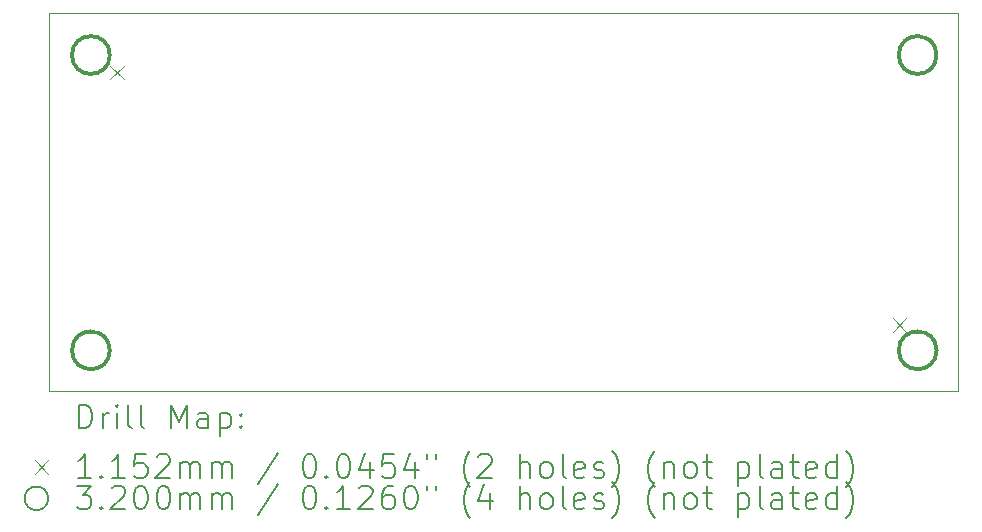
<source format=gbr>
%TF.GenerationSoftware,KiCad,Pcbnew,7.0.8*%
%TF.CreationDate,2023-10-23T09:59:57+02:00*%
%TF.ProjectId,dual-psu,6475616c-2d70-4737-952e-6b696361645f,rev?*%
%TF.SameCoordinates,Original*%
%TF.FileFunction,Drillmap*%
%TF.FilePolarity,Positive*%
%FSLAX45Y45*%
G04 Gerber Fmt 4.5, Leading zero omitted, Abs format (unit mm)*
G04 Created by KiCad (PCBNEW 7.0.8) date 2023-10-23 09:59:57*
%MOMM*%
%LPD*%
G01*
G04 APERTURE LIST*
%ADD10C,0.100000*%
%ADD11C,0.200000*%
%ADD12C,0.115200*%
%ADD13C,0.320000*%
G04 APERTURE END LIST*
D10*
X1900000Y-1500000D02*
X9600000Y-1500000D01*
X9600000Y-1500000D02*
X9600000Y-4700000D01*
X1900000Y-4700000D02*
X1900000Y-1500000D01*
X1900000Y-4700000D02*
X9600000Y-4700000D01*
D11*
D12*
X2418900Y-1945500D02*
X2534100Y-2060700D01*
X2534100Y-1945500D02*
X2418900Y-2060700D01*
X9043900Y-4085500D02*
X9159100Y-4200700D01*
X9159100Y-4085500D02*
X9043900Y-4200700D01*
D13*
X2416500Y-1855600D02*
G75*
G03*
X2416500Y-1855600I-160000J0D01*
G01*
X2416500Y-4355600D02*
G75*
G03*
X2416500Y-4355600I-160000J0D01*
G01*
X9416500Y-1855600D02*
G75*
G03*
X9416500Y-1855600I-160000J0D01*
G01*
X9416500Y-4355600D02*
G75*
G03*
X9416500Y-4355600I-160000J0D01*
G01*
D11*
X2155777Y-5016484D02*
X2155777Y-4816484D01*
X2155777Y-4816484D02*
X2203396Y-4816484D01*
X2203396Y-4816484D02*
X2231967Y-4826008D01*
X2231967Y-4826008D02*
X2251015Y-4845055D01*
X2251015Y-4845055D02*
X2260539Y-4864103D01*
X2260539Y-4864103D02*
X2270063Y-4902198D01*
X2270063Y-4902198D02*
X2270063Y-4930770D01*
X2270063Y-4930770D02*
X2260539Y-4968865D01*
X2260539Y-4968865D02*
X2251015Y-4987912D01*
X2251015Y-4987912D02*
X2231967Y-5006960D01*
X2231967Y-5006960D02*
X2203396Y-5016484D01*
X2203396Y-5016484D02*
X2155777Y-5016484D01*
X2355777Y-5016484D02*
X2355777Y-4883150D01*
X2355777Y-4921246D02*
X2365301Y-4902198D01*
X2365301Y-4902198D02*
X2374824Y-4892674D01*
X2374824Y-4892674D02*
X2393872Y-4883150D01*
X2393872Y-4883150D02*
X2412920Y-4883150D01*
X2479586Y-5016484D02*
X2479586Y-4883150D01*
X2479586Y-4816484D02*
X2470063Y-4826008D01*
X2470063Y-4826008D02*
X2479586Y-4835531D01*
X2479586Y-4835531D02*
X2489110Y-4826008D01*
X2489110Y-4826008D02*
X2479586Y-4816484D01*
X2479586Y-4816484D02*
X2479586Y-4835531D01*
X2603396Y-5016484D02*
X2584348Y-5006960D01*
X2584348Y-5006960D02*
X2574824Y-4987912D01*
X2574824Y-4987912D02*
X2574824Y-4816484D01*
X2708158Y-5016484D02*
X2689110Y-5006960D01*
X2689110Y-5006960D02*
X2679586Y-4987912D01*
X2679586Y-4987912D02*
X2679586Y-4816484D01*
X2936729Y-5016484D02*
X2936729Y-4816484D01*
X2936729Y-4816484D02*
X3003396Y-4959341D01*
X3003396Y-4959341D02*
X3070062Y-4816484D01*
X3070062Y-4816484D02*
X3070062Y-5016484D01*
X3251015Y-5016484D02*
X3251015Y-4911722D01*
X3251015Y-4911722D02*
X3241491Y-4892674D01*
X3241491Y-4892674D02*
X3222443Y-4883150D01*
X3222443Y-4883150D02*
X3184348Y-4883150D01*
X3184348Y-4883150D02*
X3165301Y-4892674D01*
X3251015Y-5006960D02*
X3231967Y-5016484D01*
X3231967Y-5016484D02*
X3184348Y-5016484D01*
X3184348Y-5016484D02*
X3165301Y-5006960D01*
X3165301Y-5006960D02*
X3155777Y-4987912D01*
X3155777Y-4987912D02*
X3155777Y-4968865D01*
X3155777Y-4968865D02*
X3165301Y-4949817D01*
X3165301Y-4949817D02*
X3184348Y-4940293D01*
X3184348Y-4940293D02*
X3231967Y-4940293D01*
X3231967Y-4940293D02*
X3251015Y-4930770D01*
X3346253Y-4883150D02*
X3346253Y-5083150D01*
X3346253Y-4892674D02*
X3365301Y-4883150D01*
X3365301Y-4883150D02*
X3403396Y-4883150D01*
X3403396Y-4883150D02*
X3422443Y-4892674D01*
X3422443Y-4892674D02*
X3431967Y-4902198D01*
X3431967Y-4902198D02*
X3441491Y-4921246D01*
X3441491Y-4921246D02*
X3441491Y-4978389D01*
X3441491Y-4978389D02*
X3431967Y-4997436D01*
X3431967Y-4997436D02*
X3422443Y-5006960D01*
X3422443Y-5006960D02*
X3403396Y-5016484D01*
X3403396Y-5016484D02*
X3365301Y-5016484D01*
X3365301Y-5016484D02*
X3346253Y-5006960D01*
X3527205Y-4997436D02*
X3536729Y-5006960D01*
X3536729Y-5006960D02*
X3527205Y-5016484D01*
X3527205Y-5016484D02*
X3517682Y-5006960D01*
X3517682Y-5006960D02*
X3527205Y-4997436D01*
X3527205Y-4997436D02*
X3527205Y-5016484D01*
X3527205Y-4892674D02*
X3536729Y-4902198D01*
X3536729Y-4902198D02*
X3527205Y-4911722D01*
X3527205Y-4911722D02*
X3517682Y-4902198D01*
X3517682Y-4902198D02*
X3527205Y-4892674D01*
X3527205Y-4892674D02*
X3527205Y-4911722D01*
D12*
X1779800Y-5287400D02*
X1895000Y-5402600D01*
X1895000Y-5287400D02*
X1779800Y-5402600D01*
D11*
X2260539Y-5436484D02*
X2146253Y-5436484D01*
X2203396Y-5436484D02*
X2203396Y-5236484D01*
X2203396Y-5236484D02*
X2184348Y-5265055D01*
X2184348Y-5265055D02*
X2165301Y-5284103D01*
X2165301Y-5284103D02*
X2146253Y-5293627D01*
X2346253Y-5417436D02*
X2355777Y-5426960D01*
X2355777Y-5426960D02*
X2346253Y-5436484D01*
X2346253Y-5436484D02*
X2336729Y-5426960D01*
X2336729Y-5426960D02*
X2346253Y-5417436D01*
X2346253Y-5417436D02*
X2346253Y-5436484D01*
X2546253Y-5436484D02*
X2431967Y-5436484D01*
X2489110Y-5436484D02*
X2489110Y-5236484D01*
X2489110Y-5236484D02*
X2470063Y-5265055D01*
X2470063Y-5265055D02*
X2451015Y-5284103D01*
X2451015Y-5284103D02*
X2431967Y-5293627D01*
X2727205Y-5236484D02*
X2631967Y-5236484D01*
X2631967Y-5236484D02*
X2622444Y-5331722D01*
X2622444Y-5331722D02*
X2631967Y-5322198D01*
X2631967Y-5322198D02*
X2651015Y-5312674D01*
X2651015Y-5312674D02*
X2698634Y-5312674D01*
X2698634Y-5312674D02*
X2717682Y-5322198D01*
X2717682Y-5322198D02*
X2727205Y-5331722D01*
X2727205Y-5331722D02*
X2736729Y-5350770D01*
X2736729Y-5350770D02*
X2736729Y-5398389D01*
X2736729Y-5398389D02*
X2727205Y-5417436D01*
X2727205Y-5417436D02*
X2717682Y-5426960D01*
X2717682Y-5426960D02*
X2698634Y-5436484D01*
X2698634Y-5436484D02*
X2651015Y-5436484D01*
X2651015Y-5436484D02*
X2631967Y-5426960D01*
X2631967Y-5426960D02*
X2622444Y-5417436D01*
X2812920Y-5255531D02*
X2822443Y-5246008D01*
X2822443Y-5246008D02*
X2841491Y-5236484D01*
X2841491Y-5236484D02*
X2889110Y-5236484D01*
X2889110Y-5236484D02*
X2908158Y-5246008D01*
X2908158Y-5246008D02*
X2917682Y-5255531D01*
X2917682Y-5255531D02*
X2927205Y-5274579D01*
X2927205Y-5274579D02*
X2927205Y-5293627D01*
X2927205Y-5293627D02*
X2917682Y-5322198D01*
X2917682Y-5322198D02*
X2803396Y-5436484D01*
X2803396Y-5436484D02*
X2927205Y-5436484D01*
X3012920Y-5436484D02*
X3012920Y-5303150D01*
X3012920Y-5322198D02*
X3022443Y-5312674D01*
X3022443Y-5312674D02*
X3041491Y-5303150D01*
X3041491Y-5303150D02*
X3070063Y-5303150D01*
X3070063Y-5303150D02*
X3089110Y-5312674D01*
X3089110Y-5312674D02*
X3098634Y-5331722D01*
X3098634Y-5331722D02*
X3098634Y-5436484D01*
X3098634Y-5331722D02*
X3108158Y-5312674D01*
X3108158Y-5312674D02*
X3127205Y-5303150D01*
X3127205Y-5303150D02*
X3155777Y-5303150D01*
X3155777Y-5303150D02*
X3174824Y-5312674D01*
X3174824Y-5312674D02*
X3184348Y-5331722D01*
X3184348Y-5331722D02*
X3184348Y-5436484D01*
X3279586Y-5436484D02*
X3279586Y-5303150D01*
X3279586Y-5322198D02*
X3289110Y-5312674D01*
X3289110Y-5312674D02*
X3308158Y-5303150D01*
X3308158Y-5303150D02*
X3336729Y-5303150D01*
X3336729Y-5303150D02*
X3355777Y-5312674D01*
X3355777Y-5312674D02*
X3365301Y-5331722D01*
X3365301Y-5331722D02*
X3365301Y-5436484D01*
X3365301Y-5331722D02*
X3374824Y-5312674D01*
X3374824Y-5312674D02*
X3393872Y-5303150D01*
X3393872Y-5303150D02*
X3422443Y-5303150D01*
X3422443Y-5303150D02*
X3441491Y-5312674D01*
X3441491Y-5312674D02*
X3451015Y-5331722D01*
X3451015Y-5331722D02*
X3451015Y-5436484D01*
X3841491Y-5226960D02*
X3670063Y-5484103D01*
X4098634Y-5236484D02*
X4117682Y-5236484D01*
X4117682Y-5236484D02*
X4136729Y-5246008D01*
X4136729Y-5246008D02*
X4146253Y-5255531D01*
X4146253Y-5255531D02*
X4155777Y-5274579D01*
X4155777Y-5274579D02*
X4165301Y-5312674D01*
X4165301Y-5312674D02*
X4165301Y-5360293D01*
X4165301Y-5360293D02*
X4155777Y-5398389D01*
X4155777Y-5398389D02*
X4146253Y-5417436D01*
X4146253Y-5417436D02*
X4136729Y-5426960D01*
X4136729Y-5426960D02*
X4117682Y-5436484D01*
X4117682Y-5436484D02*
X4098634Y-5436484D01*
X4098634Y-5436484D02*
X4079586Y-5426960D01*
X4079586Y-5426960D02*
X4070063Y-5417436D01*
X4070063Y-5417436D02*
X4060539Y-5398389D01*
X4060539Y-5398389D02*
X4051015Y-5360293D01*
X4051015Y-5360293D02*
X4051015Y-5312674D01*
X4051015Y-5312674D02*
X4060539Y-5274579D01*
X4060539Y-5274579D02*
X4070063Y-5255531D01*
X4070063Y-5255531D02*
X4079586Y-5246008D01*
X4079586Y-5246008D02*
X4098634Y-5236484D01*
X4251015Y-5417436D02*
X4260539Y-5426960D01*
X4260539Y-5426960D02*
X4251015Y-5436484D01*
X4251015Y-5436484D02*
X4241491Y-5426960D01*
X4241491Y-5426960D02*
X4251015Y-5417436D01*
X4251015Y-5417436D02*
X4251015Y-5436484D01*
X4384348Y-5236484D02*
X4403396Y-5236484D01*
X4403396Y-5236484D02*
X4422444Y-5246008D01*
X4422444Y-5246008D02*
X4431968Y-5255531D01*
X4431968Y-5255531D02*
X4441491Y-5274579D01*
X4441491Y-5274579D02*
X4451015Y-5312674D01*
X4451015Y-5312674D02*
X4451015Y-5360293D01*
X4451015Y-5360293D02*
X4441491Y-5398389D01*
X4441491Y-5398389D02*
X4431968Y-5417436D01*
X4431968Y-5417436D02*
X4422444Y-5426960D01*
X4422444Y-5426960D02*
X4403396Y-5436484D01*
X4403396Y-5436484D02*
X4384348Y-5436484D01*
X4384348Y-5436484D02*
X4365301Y-5426960D01*
X4365301Y-5426960D02*
X4355777Y-5417436D01*
X4355777Y-5417436D02*
X4346253Y-5398389D01*
X4346253Y-5398389D02*
X4336729Y-5360293D01*
X4336729Y-5360293D02*
X4336729Y-5312674D01*
X4336729Y-5312674D02*
X4346253Y-5274579D01*
X4346253Y-5274579D02*
X4355777Y-5255531D01*
X4355777Y-5255531D02*
X4365301Y-5246008D01*
X4365301Y-5246008D02*
X4384348Y-5236484D01*
X4622444Y-5303150D02*
X4622444Y-5436484D01*
X4574825Y-5226960D02*
X4527206Y-5369817D01*
X4527206Y-5369817D02*
X4651015Y-5369817D01*
X4822444Y-5236484D02*
X4727206Y-5236484D01*
X4727206Y-5236484D02*
X4717682Y-5331722D01*
X4717682Y-5331722D02*
X4727206Y-5322198D01*
X4727206Y-5322198D02*
X4746253Y-5312674D01*
X4746253Y-5312674D02*
X4793872Y-5312674D01*
X4793872Y-5312674D02*
X4812920Y-5322198D01*
X4812920Y-5322198D02*
X4822444Y-5331722D01*
X4822444Y-5331722D02*
X4831968Y-5350770D01*
X4831968Y-5350770D02*
X4831968Y-5398389D01*
X4831968Y-5398389D02*
X4822444Y-5417436D01*
X4822444Y-5417436D02*
X4812920Y-5426960D01*
X4812920Y-5426960D02*
X4793872Y-5436484D01*
X4793872Y-5436484D02*
X4746253Y-5436484D01*
X4746253Y-5436484D02*
X4727206Y-5426960D01*
X4727206Y-5426960D02*
X4717682Y-5417436D01*
X5003396Y-5303150D02*
X5003396Y-5436484D01*
X4955777Y-5226960D02*
X4908158Y-5369817D01*
X4908158Y-5369817D02*
X5031968Y-5369817D01*
X5098634Y-5236484D02*
X5098634Y-5274579D01*
X5174825Y-5236484D02*
X5174825Y-5274579D01*
X5470063Y-5512674D02*
X5460539Y-5503150D01*
X5460539Y-5503150D02*
X5441491Y-5474579D01*
X5441491Y-5474579D02*
X5431968Y-5455531D01*
X5431968Y-5455531D02*
X5422444Y-5426960D01*
X5422444Y-5426960D02*
X5412920Y-5379341D01*
X5412920Y-5379341D02*
X5412920Y-5341246D01*
X5412920Y-5341246D02*
X5422444Y-5293627D01*
X5422444Y-5293627D02*
X5431968Y-5265055D01*
X5431968Y-5265055D02*
X5441491Y-5246008D01*
X5441491Y-5246008D02*
X5460539Y-5217436D01*
X5460539Y-5217436D02*
X5470063Y-5207912D01*
X5536730Y-5255531D02*
X5546253Y-5246008D01*
X5546253Y-5246008D02*
X5565301Y-5236484D01*
X5565301Y-5236484D02*
X5612920Y-5236484D01*
X5612920Y-5236484D02*
X5631968Y-5246008D01*
X5631968Y-5246008D02*
X5641491Y-5255531D01*
X5641491Y-5255531D02*
X5651015Y-5274579D01*
X5651015Y-5274579D02*
X5651015Y-5293627D01*
X5651015Y-5293627D02*
X5641491Y-5322198D01*
X5641491Y-5322198D02*
X5527206Y-5436484D01*
X5527206Y-5436484D02*
X5651015Y-5436484D01*
X5889110Y-5436484D02*
X5889110Y-5236484D01*
X5974825Y-5436484D02*
X5974825Y-5331722D01*
X5974825Y-5331722D02*
X5965301Y-5312674D01*
X5965301Y-5312674D02*
X5946253Y-5303150D01*
X5946253Y-5303150D02*
X5917682Y-5303150D01*
X5917682Y-5303150D02*
X5898634Y-5312674D01*
X5898634Y-5312674D02*
X5889110Y-5322198D01*
X6098634Y-5436484D02*
X6079587Y-5426960D01*
X6079587Y-5426960D02*
X6070063Y-5417436D01*
X6070063Y-5417436D02*
X6060539Y-5398389D01*
X6060539Y-5398389D02*
X6060539Y-5341246D01*
X6060539Y-5341246D02*
X6070063Y-5322198D01*
X6070063Y-5322198D02*
X6079587Y-5312674D01*
X6079587Y-5312674D02*
X6098634Y-5303150D01*
X6098634Y-5303150D02*
X6127206Y-5303150D01*
X6127206Y-5303150D02*
X6146253Y-5312674D01*
X6146253Y-5312674D02*
X6155777Y-5322198D01*
X6155777Y-5322198D02*
X6165301Y-5341246D01*
X6165301Y-5341246D02*
X6165301Y-5398389D01*
X6165301Y-5398389D02*
X6155777Y-5417436D01*
X6155777Y-5417436D02*
X6146253Y-5426960D01*
X6146253Y-5426960D02*
X6127206Y-5436484D01*
X6127206Y-5436484D02*
X6098634Y-5436484D01*
X6279587Y-5436484D02*
X6260539Y-5426960D01*
X6260539Y-5426960D02*
X6251015Y-5407912D01*
X6251015Y-5407912D02*
X6251015Y-5236484D01*
X6431968Y-5426960D02*
X6412920Y-5436484D01*
X6412920Y-5436484D02*
X6374825Y-5436484D01*
X6374825Y-5436484D02*
X6355777Y-5426960D01*
X6355777Y-5426960D02*
X6346253Y-5407912D01*
X6346253Y-5407912D02*
X6346253Y-5331722D01*
X6346253Y-5331722D02*
X6355777Y-5312674D01*
X6355777Y-5312674D02*
X6374825Y-5303150D01*
X6374825Y-5303150D02*
X6412920Y-5303150D01*
X6412920Y-5303150D02*
X6431968Y-5312674D01*
X6431968Y-5312674D02*
X6441491Y-5331722D01*
X6441491Y-5331722D02*
X6441491Y-5350770D01*
X6441491Y-5350770D02*
X6346253Y-5369817D01*
X6517682Y-5426960D02*
X6536730Y-5436484D01*
X6536730Y-5436484D02*
X6574825Y-5436484D01*
X6574825Y-5436484D02*
X6593872Y-5426960D01*
X6593872Y-5426960D02*
X6603396Y-5407912D01*
X6603396Y-5407912D02*
X6603396Y-5398389D01*
X6603396Y-5398389D02*
X6593872Y-5379341D01*
X6593872Y-5379341D02*
X6574825Y-5369817D01*
X6574825Y-5369817D02*
X6546253Y-5369817D01*
X6546253Y-5369817D02*
X6527206Y-5360293D01*
X6527206Y-5360293D02*
X6517682Y-5341246D01*
X6517682Y-5341246D02*
X6517682Y-5331722D01*
X6517682Y-5331722D02*
X6527206Y-5312674D01*
X6527206Y-5312674D02*
X6546253Y-5303150D01*
X6546253Y-5303150D02*
X6574825Y-5303150D01*
X6574825Y-5303150D02*
X6593872Y-5312674D01*
X6670063Y-5512674D02*
X6679587Y-5503150D01*
X6679587Y-5503150D02*
X6698634Y-5474579D01*
X6698634Y-5474579D02*
X6708158Y-5455531D01*
X6708158Y-5455531D02*
X6717682Y-5426960D01*
X6717682Y-5426960D02*
X6727206Y-5379341D01*
X6727206Y-5379341D02*
X6727206Y-5341246D01*
X6727206Y-5341246D02*
X6717682Y-5293627D01*
X6717682Y-5293627D02*
X6708158Y-5265055D01*
X6708158Y-5265055D02*
X6698634Y-5246008D01*
X6698634Y-5246008D02*
X6679587Y-5217436D01*
X6679587Y-5217436D02*
X6670063Y-5207912D01*
X7031968Y-5512674D02*
X7022444Y-5503150D01*
X7022444Y-5503150D02*
X7003396Y-5474579D01*
X7003396Y-5474579D02*
X6993872Y-5455531D01*
X6993872Y-5455531D02*
X6984349Y-5426960D01*
X6984349Y-5426960D02*
X6974825Y-5379341D01*
X6974825Y-5379341D02*
X6974825Y-5341246D01*
X6974825Y-5341246D02*
X6984349Y-5293627D01*
X6984349Y-5293627D02*
X6993872Y-5265055D01*
X6993872Y-5265055D02*
X7003396Y-5246008D01*
X7003396Y-5246008D02*
X7022444Y-5217436D01*
X7022444Y-5217436D02*
X7031968Y-5207912D01*
X7108158Y-5303150D02*
X7108158Y-5436484D01*
X7108158Y-5322198D02*
X7117682Y-5312674D01*
X7117682Y-5312674D02*
X7136730Y-5303150D01*
X7136730Y-5303150D02*
X7165301Y-5303150D01*
X7165301Y-5303150D02*
X7184349Y-5312674D01*
X7184349Y-5312674D02*
X7193872Y-5331722D01*
X7193872Y-5331722D02*
X7193872Y-5436484D01*
X7317682Y-5436484D02*
X7298634Y-5426960D01*
X7298634Y-5426960D02*
X7289111Y-5417436D01*
X7289111Y-5417436D02*
X7279587Y-5398389D01*
X7279587Y-5398389D02*
X7279587Y-5341246D01*
X7279587Y-5341246D02*
X7289111Y-5322198D01*
X7289111Y-5322198D02*
X7298634Y-5312674D01*
X7298634Y-5312674D02*
X7317682Y-5303150D01*
X7317682Y-5303150D02*
X7346253Y-5303150D01*
X7346253Y-5303150D02*
X7365301Y-5312674D01*
X7365301Y-5312674D02*
X7374825Y-5322198D01*
X7374825Y-5322198D02*
X7384349Y-5341246D01*
X7384349Y-5341246D02*
X7384349Y-5398389D01*
X7384349Y-5398389D02*
X7374825Y-5417436D01*
X7374825Y-5417436D02*
X7365301Y-5426960D01*
X7365301Y-5426960D02*
X7346253Y-5436484D01*
X7346253Y-5436484D02*
X7317682Y-5436484D01*
X7441492Y-5303150D02*
X7517682Y-5303150D01*
X7470063Y-5236484D02*
X7470063Y-5407912D01*
X7470063Y-5407912D02*
X7479587Y-5426960D01*
X7479587Y-5426960D02*
X7498634Y-5436484D01*
X7498634Y-5436484D02*
X7517682Y-5436484D01*
X7736730Y-5303150D02*
X7736730Y-5503150D01*
X7736730Y-5312674D02*
X7755777Y-5303150D01*
X7755777Y-5303150D02*
X7793873Y-5303150D01*
X7793873Y-5303150D02*
X7812920Y-5312674D01*
X7812920Y-5312674D02*
X7822444Y-5322198D01*
X7822444Y-5322198D02*
X7831968Y-5341246D01*
X7831968Y-5341246D02*
X7831968Y-5398389D01*
X7831968Y-5398389D02*
X7822444Y-5417436D01*
X7822444Y-5417436D02*
X7812920Y-5426960D01*
X7812920Y-5426960D02*
X7793873Y-5436484D01*
X7793873Y-5436484D02*
X7755777Y-5436484D01*
X7755777Y-5436484D02*
X7736730Y-5426960D01*
X7946253Y-5436484D02*
X7927206Y-5426960D01*
X7927206Y-5426960D02*
X7917682Y-5407912D01*
X7917682Y-5407912D02*
X7917682Y-5236484D01*
X8108158Y-5436484D02*
X8108158Y-5331722D01*
X8108158Y-5331722D02*
X8098634Y-5312674D01*
X8098634Y-5312674D02*
X8079587Y-5303150D01*
X8079587Y-5303150D02*
X8041492Y-5303150D01*
X8041492Y-5303150D02*
X8022444Y-5312674D01*
X8108158Y-5426960D02*
X8089111Y-5436484D01*
X8089111Y-5436484D02*
X8041492Y-5436484D01*
X8041492Y-5436484D02*
X8022444Y-5426960D01*
X8022444Y-5426960D02*
X8012920Y-5407912D01*
X8012920Y-5407912D02*
X8012920Y-5388865D01*
X8012920Y-5388865D02*
X8022444Y-5369817D01*
X8022444Y-5369817D02*
X8041492Y-5360293D01*
X8041492Y-5360293D02*
X8089111Y-5360293D01*
X8089111Y-5360293D02*
X8108158Y-5350770D01*
X8174825Y-5303150D02*
X8251015Y-5303150D01*
X8203396Y-5236484D02*
X8203396Y-5407912D01*
X8203396Y-5407912D02*
X8212920Y-5426960D01*
X8212920Y-5426960D02*
X8231968Y-5436484D01*
X8231968Y-5436484D02*
X8251015Y-5436484D01*
X8393873Y-5426960D02*
X8374825Y-5436484D01*
X8374825Y-5436484D02*
X8336730Y-5436484D01*
X8336730Y-5436484D02*
X8317682Y-5426960D01*
X8317682Y-5426960D02*
X8308158Y-5407912D01*
X8308158Y-5407912D02*
X8308158Y-5331722D01*
X8308158Y-5331722D02*
X8317682Y-5312674D01*
X8317682Y-5312674D02*
X8336730Y-5303150D01*
X8336730Y-5303150D02*
X8374825Y-5303150D01*
X8374825Y-5303150D02*
X8393873Y-5312674D01*
X8393873Y-5312674D02*
X8403396Y-5331722D01*
X8403396Y-5331722D02*
X8403396Y-5350770D01*
X8403396Y-5350770D02*
X8308158Y-5369817D01*
X8574825Y-5436484D02*
X8574825Y-5236484D01*
X8574825Y-5426960D02*
X8555777Y-5436484D01*
X8555777Y-5436484D02*
X8517682Y-5436484D01*
X8517682Y-5436484D02*
X8498635Y-5426960D01*
X8498635Y-5426960D02*
X8489111Y-5417436D01*
X8489111Y-5417436D02*
X8479587Y-5398389D01*
X8479587Y-5398389D02*
X8479587Y-5341246D01*
X8479587Y-5341246D02*
X8489111Y-5322198D01*
X8489111Y-5322198D02*
X8498635Y-5312674D01*
X8498635Y-5312674D02*
X8517682Y-5303150D01*
X8517682Y-5303150D02*
X8555777Y-5303150D01*
X8555777Y-5303150D02*
X8574825Y-5312674D01*
X8651016Y-5512674D02*
X8660539Y-5503150D01*
X8660539Y-5503150D02*
X8679587Y-5474579D01*
X8679587Y-5474579D02*
X8689111Y-5455531D01*
X8689111Y-5455531D02*
X8698635Y-5426960D01*
X8698635Y-5426960D02*
X8708158Y-5379341D01*
X8708158Y-5379341D02*
X8708158Y-5341246D01*
X8708158Y-5341246D02*
X8698635Y-5293627D01*
X8698635Y-5293627D02*
X8689111Y-5265055D01*
X8689111Y-5265055D02*
X8679587Y-5246008D01*
X8679587Y-5246008D02*
X8660539Y-5217436D01*
X8660539Y-5217436D02*
X8651016Y-5207912D01*
X1895000Y-5609000D02*
G75*
G03*
X1895000Y-5609000I-100000J0D01*
G01*
X2136729Y-5500484D02*
X2260539Y-5500484D01*
X2260539Y-5500484D02*
X2193872Y-5576674D01*
X2193872Y-5576674D02*
X2222444Y-5576674D01*
X2222444Y-5576674D02*
X2241491Y-5586198D01*
X2241491Y-5586198D02*
X2251015Y-5595722D01*
X2251015Y-5595722D02*
X2260539Y-5614769D01*
X2260539Y-5614769D02*
X2260539Y-5662388D01*
X2260539Y-5662388D02*
X2251015Y-5681436D01*
X2251015Y-5681436D02*
X2241491Y-5690960D01*
X2241491Y-5690960D02*
X2222444Y-5700484D01*
X2222444Y-5700484D02*
X2165301Y-5700484D01*
X2165301Y-5700484D02*
X2146253Y-5690960D01*
X2146253Y-5690960D02*
X2136729Y-5681436D01*
X2346253Y-5681436D02*
X2355777Y-5690960D01*
X2355777Y-5690960D02*
X2346253Y-5700484D01*
X2346253Y-5700484D02*
X2336729Y-5690960D01*
X2336729Y-5690960D02*
X2346253Y-5681436D01*
X2346253Y-5681436D02*
X2346253Y-5700484D01*
X2431967Y-5519531D02*
X2441491Y-5510008D01*
X2441491Y-5510008D02*
X2460539Y-5500484D01*
X2460539Y-5500484D02*
X2508158Y-5500484D01*
X2508158Y-5500484D02*
X2527205Y-5510008D01*
X2527205Y-5510008D02*
X2536729Y-5519531D01*
X2536729Y-5519531D02*
X2546253Y-5538579D01*
X2546253Y-5538579D02*
X2546253Y-5557627D01*
X2546253Y-5557627D02*
X2536729Y-5586198D01*
X2536729Y-5586198D02*
X2422444Y-5700484D01*
X2422444Y-5700484D02*
X2546253Y-5700484D01*
X2670063Y-5500484D02*
X2689110Y-5500484D01*
X2689110Y-5500484D02*
X2708158Y-5510008D01*
X2708158Y-5510008D02*
X2717682Y-5519531D01*
X2717682Y-5519531D02*
X2727205Y-5538579D01*
X2727205Y-5538579D02*
X2736729Y-5576674D01*
X2736729Y-5576674D02*
X2736729Y-5624293D01*
X2736729Y-5624293D02*
X2727205Y-5662388D01*
X2727205Y-5662388D02*
X2717682Y-5681436D01*
X2717682Y-5681436D02*
X2708158Y-5690960D01*
X2708158Y-5690960D02*
X2689110Y-5700484D01*
X2689110Y-5700484D02*
X2670063Y-5700484D01*
X2670063Y-5700484D02*
X2651015Y-5690960D01*
X2651015Y-5690960D02*
X2641491Y-5681436D01*
X2641491Y-5681436D02*
X2631967Y-5662388D01*
X2631967Y-5662388D02*
X2622444Y-5624293D01*
X2622444Y-5624293D02*
X2622444Y-5576674D01*
X2622444Y-5576674D02*
X2631967Y-5538579D01*
X2631967Y-5538579D02*
X2641491Y-5519531D01*
X2641491Y-5519531D02*
X2651015Y-5510008D01*
X2651015Y-5510008D02*
X2670063Y-5500484D01*
X2860539Y-5500484D02*
X2879586Y-5500484D01*
X2879586Y-5500484D02*
X2898634Y-5510008D01*
X2898634Y-5510008D02*
X2908158Y-5519531D01*
X2908158Y-5519531D02*
X2917682Y-5538579D01*
X2917682Y-5538579D02*
X2927205Y-5576674D01*
X2927205Y-5576674D02*
X2927205Y-5624293D01*
X2927205Y-5624293D02*
X2917682Y-5662388D01*
X2917682Y-5662388D02*
X2908158Y-5681436D01*
X2908158Y-5681436D02*
X2898634Y-5690960D01*
X2898634Y-5690960D02*
X2879586Y-5700484D01*
X2879586Y-5700484D02*
X2860539Y-5700484D01*
X2860539Y-5700484D02*
X2841491Y-5690960D01*
X2841491Y-5690960D02*
X2831967Y-5681436D01*
X2831967Y-5681436D02*
X2822443Y-5662388D01*
X2822443Y-5662388D02*
X2812920Y-5624293D01*
X2812920Y-5624293D02*
X2812920Y-5576674D01*
X2812920Y-5576674D02*
X2822443Y-5538579D01*
X2822443Y-5538579D02*
X2831967Y-5519531D01*
X2831967Y-5519531D02*
X2841491Y-5510008D01*
X2841491Y-5510008D02*
X2860539Y-5500484D01*
X3012920Y-5700484D02*
X3012920Y-5567150D01*
X3012920Y-5586198D02*
X3022443Y-5576674D01*
X3022443Y-5576674D02*
X3041491Y-5567150D01*
X3041491Y-5567150D02*
X3070063Y-5567150D01*
X3070063Y-5567150D02*
X3089110Y-5576674D01*
X3089110Y-5576674D02*
X3098634Y-5595722D01*
X3098634Y-5595722D02*
X3098634Y-5700484D01*
X3098634Y-5595722D02*
X3108158Y-5576674D01*
X3108158Y-5576674D02*
X3127205Y-5567150D01*
X3127205Y-5567150D02*
X3155777Y-5567150D01*
X3155777Y-5567150D02*
X3174824Y-5576674D01*
X3174824Y-5576674D02*
X3184348Y-5595722D01*
X3184348Y-5595722D02*
X3184348Y-5700484D01*
X3279586Y-5700484D02*
X3279586Y-5567150D01*
X3279586Y-5586198D02*
X3289110Y-5576674D01*
X3289110Y-5576674D02*
X3308158Y-5567150D01*
X3308158Y-5567150D02*
X3336729Y-5567150D01*
X3336729Y-5567150D02*
X3355777Y-5576674D01*
X3355777Y-5576674D02*
X3365301Y-5595722D01*
X3365301Y-5595722D02*
X3365301Y-5700484D01*
X3365301Y-5595722D02*
X3374824Y-5576674D01*
X3374824Y-5576674D02*
X3393872Y-5567150D01*
X3393872Y-5567150D02*
X3422443Y-5567150D01*
X3422443Y-5567150D02*
X3441491Y-5576674D01*
X3441491Y-5576674D02*
X3451015Y-5595722D01*
X3451015Y-5595722D02*
X3451015Y-5700484D01*
X3841491Y-5490960D02*
X3670063Y-5748103D01*
X4098634Y-5500484D02*
X4117682Y-5500484D01*
X4117682Y-5500484D02*
X4136729Y-5510008D01*
X4136729Y-5510008D02*
X4146253Y-5519531D01*
X4146253Y-5519531D02*
X4155777Y-5538579D01*
X4155777Y-5538579D02*
X4165301Y-5576674D01*
X4165301Y-5576674D02*
X4165301Y-5624293D01*
X4165301Y-5624293D02*
X4155777Y-5662388D01*
X4155777Y-5662388D02*
X4146253Y-5681436D01*
X4146253Y-5681436D02*
X4136729Y-5690960D01*
X4136729Y-5690960D02*
X4117682Y-5700484D01*
X4117682Y-5700484D02*
X4098634Y-5700484D01*
X4098634Y-5700484D02*
X4079586Y-5690960D01*
X4079586Y-5690960D02*
X4070063Y-5681436D01*
X4070063Y-5681436D02*
X4060539Y-5662388D01*
X4060539Y-5662388D02*
X4051015Y-5624293D01*
X4051015Y-5624293D02*
X4051015Y-5576674D01*
X4051015Y-5576674D02*
X4060539Y-5538579D01*
X4060539Y-5538579D02*
X4070063Y-5519531D01*
X4070063Y-5519531D02*
X4079586Y-5510008D01*
X4079586Y-5510008D02*
X4098634Y-5500484D01*
X4251015Y-5681436D02*
X4260539Y-5690960D01*
X4260539Y-5690960D02*
X4251015Y-5700484D01*
X4251015Y-5700484D02*
X4241491Y-5690960D01*
X4241491Y-5690960D02*
X4251015Y-5681436D01*
X4251015Y-5681436D02*
X4251015Y-5700484D01*
X4451015Y-5700484D02*
X4336729Y-5700484D01*
X4393872Y-5700484D02*
X4393872Y-5500484D01*
X4393872Y-5500484D02*
X4374825Y-5529055D01*
X4374825Y-5529055D02*
X4355777Y-5548103D01*
X4355777Y-5548103D02*
X4336729Y-5557627D01*
X4527206Y-5519531D02*
X4536729Y-5510008D01*
X4536729Y-5510008D02*
X4555777Y-5500484D01*
X4555777Y-5500484D02*
X4603396Y-5500484D01*
X4603396Y-5500484D02*
X4622444Y-5510008D01*
X4622444Y-5510008D02*
X4631968Y-5519531D01*
X4631968Y-5519531D02*
X4641491Y-5538579D01*
X4641491Y-5538579D02*
X4641491Y-5557627D01*
X4641491Y-5557627D02*
X4631968Y-5586198D01*
X4631968Y-5586198D02*
X4517682Y-5700484D01*
X4517682Y-5700484D02*
X4641491Y-5700484D01*
X4812920Y-5500484D02*
X4774825Y-5500484D01*
X4774825Y-5500484D02*
X4755777Y-5510008D01*
X4755777Y-5510008D02*
X4746253Y-5519531D01*
X4746253Y-5519531D02*
X4727206Y-5548103D01*
X4727206Y-5548103D02*
X4717682Y-5586198D01*
X4717682Y-5586198D02*
X4717682Y-5662388D01*
X4717682Y-5662388D02*
X4727206Y-5681436D01*
X4727206Y-5681436D02*
X4736729Y-5690960D01*
X4736729Y-5690960D02*
X4755777Y-5700484D01*
X4755777Y-5700484D02*
X4793872Y-5700484D01*
X4793872Y-5700484D02*
X4812920Y-5690960D01*
X4812920Y-5690960D02*
X4822444Y-5681436D01*
X4822444Y-5681436D02*
X4831968Y-5662388D01*
X4831968Y-5662388D02*
X4831968Y-5614769D01*
X4831968Y-5614769D02*
X4822444Y-5595722D01*
X4822444Y-5595722D02*
X4812920Y-5586198D01*
X4812920Y-5586198D02*
X4793872Y-5576674D01*
X4793872Y-5576674D02*
X4755777Y-5576674D01*
X4755777Y-5576674D02*
X4736729Y-5586198D01*
X4736729Y-5586198D02*
X4727206Y-5595722D01*
X4727206Y-5595722D02*
X4717682Y-5614769D01*
X4955777Y-5500484D02*
X4974825Y-5500484D01*
X4974825Y-5500484D02*
X4993872Y-5510008D01*
X4993872Y-5510008D02*
X5003396Y-5519531D01*
X5003396Y-5519531D02*
X5012920Y-5538579D01*
X5012920Y-5538579D02*
X5022444Y-5576674D01*
X5022444Y-5576674D02*
X5022444Y-5624293D01*
X5022444Y-5624293D02*
X5012920Y-5662388D01*
X5012920Y-5662388D02*
X5003396Y-5681436D01*
X5003396Y-5681436D02*
X4993872Y-5690960D01*
X4993872Y-5690960D02*
X4974825Y-5700484D01*
X4974825Y-5700484D02*
X4955777Y-5700484D01*
X4955777Y-5700484D02*
X4936729Y-5690960D01*
X4936729Y-5690960D02*
X4927206Y-5681436D01*
X4927206Y-5681436D02*
X4917682Y-5662388D01*
X4917682Y-5662388D02*
X4908158Y-5624293D01*
X4908158Y-5624293D02*
X4908158Y-5576674D01*
X4908158Y-5576674D02*
X4917682Y-5538579D01*
X4917682Y-5538579D02*
X4927206Y-5519531D01*
X4927206Y-5519531D02*
X4936729Y-5510008D01*
X4936729Y-5510008D02*
X4955777Y-5500484D01*
X5098634Y-5500484D02*
X5098634Y-5538579D01*
X5174825Y-5500484D02*
X5174825Y-5538579D01*
X5470063Y-5776674D02*
X5460539Y-5767150D01*
X5460539Y-5767150D02*
X5441491Y-5738579D01*
X5441491Y-5738579D02*
X5431968Y-5719531D01*
X5431968Y-5719531D02*
X5422444Y-5690960D01*
X5422444Y-5690960D02*
X5412920Y-5643341D01*
X5412920Y-5643341D02*
X5412920Y-5605246D01*
X5412920Y-5605246D02*
X5422444Y-5557627D01*
X5422444Y-5557627D02*
X5431968Y-5529055D01*
X5431968Y-5529055D02*
X5441491Y-5510008D01*
X5441491Y-5510008D02*
X5460539Y-5481436D01*
X5460539Y-5481436D02*
X5470063Y-5471912D01*
X5631968Y-5567150D02*
X5631968Y-5700484D01*
X5584349Y-5490960D02*
X5536730Y-5633817D01*
X5536730Y-5633817D02*
X5660539Y-5633817D01*
X5889110Y-5700484D02*
X5889110Y-5500484D01*
X5974825Y-5700484D02*
X5974825Y-5595722D01*
X5974825Y-5595722D02*
X5965301Y-5576674D01*
X5965301Y-5576674D02*
X5946253Y-5567150D01*
X5946253Y-5567150D02*
X5917682Y-5567150D01*
X5917682Y-5567150D02*
X5898634Y-5576674D01*
X5898634Y-5576674D02*
X5889110Y-5586198D01*
X6098634Y-5700484D02*
X6079587Y-5690960D01*
X6079587Y-5690960D02*
X6070063Y-5681436D01*
X6070063Y-5681436D02*
X6060539Y-5662388D01*
X6060539Y-5662388D02*
X6060539Y-5605246D01*
X6060539Y-5605246D02*
X6070063Y-5586198D01*
X6070063Y-5586198D02*
X6079587Y-5576674D01*
X6079587Y-5576674D02*
X6098634Y-5567150D01*
X6098634Y-5567150D02*
X6127206Y-5567150D01*
X6127206Y-5567150D02*
X6146253Y-5576674D01*
X6146253Y-5576674D02*
X6155777Y-5586198D01*
X6155777Y-5586198D02*
X6165301Y-5605246D01*
X6165301Y-5605246D02*
X6165301Y-5662388D01*
X6165301Y-5662388D02*
X6155777Y-5681436D01*
X6155777Y-5681436D02*
X6146253Y-5690960D01*
X6146253Y-5690960D02*
X6127206Y-5700484D01*
X6127206Y-5700484D02*
X6098634Y-5700484D01*
X6279587Y-5700484D02*
X6260539Y-5690960D01*
X6260539Y-5690960D02*
X6251015Y-5671912D01*
X6251015Y-5671912D02*
X6251015Y-5500484D01*
X6431968Y-5690960D02*
X6412920Y-5700484D01*
X6412920Y-5700484D02*
X6374825Y-5700484D01*
X6374825Y-5700484D02*
X6355777Y-5690960D01*
X6355777Y-5690960D02*
X6346253Y-5671912D01*
X6346253Y-5671912D02*
X6346253Y-5595722D01*
X6346253Y-5595722D02*
X6355777Y-5576674D01*
X6355777Y-5576674D02*
X6374825Y-5567150D01*
X6374825Y-5567150D02*
X6412920Y-5567150D01*
X6412920Y-5567150D02*
X6431968Y-5576674D01*
X6431968Y-5576674D02*
X6441491Y-5595722D01*
X6441491Y-5595722D02*
X6441491Y-5614769D01*
X6441491Y-5614769D02*
X6346253Y-5633817D01*
X6517682Y-5690960D02*
X6536730Y-5700484D01*
X6536730Y-5700484D02*
X6574825Y-5700484D01*
X6574825Y-5700484D02*
X6593872Y-5690960D01*
X6593872Y-5690960D02*
X6603396Y-5671912D01*
X6603396Y-5671912D02*
X6603396Y-5662388D01*
X6603396Y-5662388D02*
X6593872Y-5643341D01*
X6593872Y-5643341D02*
X6574825Y-5633817D01*
X6574825Y-5633817D02*
X6546253Y-5633817D01*
X6546253Y-5633817D02*
X6527206Y-5624293D01*
X6527206Y-5624293D02*
X6517682Y-5605246D01*
X6517682Y-5605246D02*
X6517682Y-5595722D01*
X6517682Y-5595722D02*
X6527206Y-5576674D01*
X6527206Y-5576674D02*
X6546253Y-5567150D01*
X6546253Y-5567150D02*
X6574825Y-5567150D01*
X6574825Y-5567150D02*
X6593872Y-5576674D01*
X6670063Y-5776674D02*
X6679587Y-5767150D01*
X6679587Y-5767150D02*
X6698634Y-5738579D01*
X6698634Y-5738579D02*
X6708158Y-5719531D01*
X6708158Y-5719531D02*
X6717682Y-5690960D01*
X6717682Y-5690960D02*
X6727206Y-5643341D01*
X6727206Y-5643341D02*
X6727206Y-5605246D01*
X6727206Y-5605246D02*
X6717682Y-5557627D01*
X6717682Y-5557627D02*
X6708158Y-5529055D01*
X6708158Y-5529055D02*
X6698634Y-5510008D01*
X6698634Y-5510008D02*
X6679587Y-5481436D01*
X6679587Y-5481436D02*
X6670063Y-5471912D01*
X7031968Y-5776674D02*
X7022444Y-5767150D01*
X7022444Y-5767150D02*
X7003396Y-5738579D01*
X7003396Y-5738579D02*
X6993872Y-5719531D01*
X6993872Y-5719531D02*
X6984349Y-5690960D01*
X6984349Y-5690960D02*
X6974825Y-5643341D01*
X6974825Y-5643341D02*
X6974825Y-5605246D01*
X6974825Y-5605246D02*
X6984349Y-5557627D01*
X6984349Y-5557627D02*
X6993872Y-5529055D01*
X6993872Y-5529055D02*
X7003396Y-5510008D01*
X7003396Y-5510008D02*
X7022444Y-5481436D01*
X7022444Y-5481436D02*
X7031968Y-5471912D01*
X7108158Y-5567150D02*
X7108158Y-5700484D01*
X7108158Y-5586198D02*
X7117682Y-5576674D01*
X7117682Y-5576674D02*
X7136730Y-5567150D01*
X7136730Y-5567150D02*
X7165301Y-5567150D01*
X7165301Y-5567150D02*
X7184349Y-5576674D01*
X7184349Y-5576674D02*
X7193872Y-5595722D01*
X7193872Y-5595722D02*
X7193872Y-5700484D01*
X7317682Y-5700484D02*
X7298634Y-5690960D01*
X7298634Y-5690960D02*
X7289111Y-5681436D01*
X7289111Y-5681436D02*
X7279587Y-5662388D01*
X7279587Y-5662388D02*
X7279587Y-5605246D01*
X7279587Y-5605246D02*
X7289111Y-5586198D01*
X7289111Y-5586198D02*
X7298634Y-5576674D01*
X7298634Y-5576674D02*
X7317682Y-5567150D01*
X7317682Y-5567150D02*
X7346253Y-5567150D01*
X7346253Y-5567150D02*
X7365301Y-5576674D01*
X7365301Y-5576674D02*
X7374825Y-5586198D01*
X7374825Y-5586198D02*
X7384349Y-5605246D01*
X7384349Y-5605246D02*
X7384349Y-5662388D01*
X7384349Y-5662388D02*
X7374825Y-5681436D01*
X7374825Y-5681436D02*
X7365301Y-5690960D01*
X7365301Y-5690960D02*
X7346253Y-5700484D01*
X7346253Y-5700484D02*
X7317682Y-5700484D01*
X7441492Y-5567150D02*
X7517682Y-5567150D01*
X7470063Y-5500484D02*
X7470063Y-5671912D01*
X7470063Y-5671912D02*
X7479587Y-5690960D01*
X7479587Y-5690960D02*
X7498634Y-5700484D01*
X7498634Y-5700484D02*
X7517682Y-5700484D01*
X7736730Y-5567150D02*
X7736730Y-5767150D01*
X7736730Y-5576674D02*
X7755777Y-5567150D01*
X7755777Y-5567150D02*
X7793873Y-5567150D01*
X7793873Y-5567150D02*
X7812920Y-5576674D01*
X7812920Y-5576674D02*
X7822444Y-5586198D01*
X7822444Y-5586198D02*
X7831968Y-5605246D01*
X7831968Y-5605246D02*
X7831968Y-5662388D01*
X7831968Y-5662388D02*
X7822444Y-5681436D01*
X7822444Y-5681436D02*
X7812920Y-5690960D01*
X7812920Y-5690960D02*
X7793873Y-5700484D01*
X7793873Y-5700484D02*
X7755777Y-5700484D01*
X7755777Y-5700484D02*
X7736730Y-5690960D01*
X7946253Y-5700484D02*
X7927206Y-5690960D01*
X7927206Y-5690960D02*
X7917682Y-5671912D01*
X7917682Y-5671912D02*
X7917682Y-5500484D01*
X8108158Y-5700484D02*
X8108158Y-5595722D01*
X8108158Y-5595722D02*
X8098634Y-5576674D01*
X8098634Y-5576674D02*
X8079587Y-5567150D01*
X8079587Y-5567150D02*
X8041492Y-5567150D01*
X8041492Y-5567150D02*
X8022444Y-5576674D01*
X8108158Y-5690960D02*
X8089111Y-5700484D01*
X8089111Y-5700484D02*
X8041492Y-5700484D01*
X8041492Y-5700484D02*
X8022444Y-5690960D01*
X8022444Y-5690960D02*
X8012920Y-5671912D01*
X8012920Y-5671912D02*
X8012920Y-5652865D01*
X8012920Y-5652865D02*
X8022444Y-5633817D01*
X8022444Y-5633817D02*
X8041492Y-5624293D01*
X8041492Y-5624293D02*
X8089111Y-5624293D01*
X8089111Y-5624293D02*
X8108158Y-5614769D01*
X8174825Y-5567150D02*
X8251015Y-5567150D01*
X8203396Y-5500484D02*
X8203396Y-5671912D01*
X8203396Y-5671912D02*
X8212920Y-5690960D01*
X8212920Y-5690960D02*
X8231968Y-5700484D01*
X8231968Y-5700484D02*
X8251015Y-5700484D01*
X8393873Y-5690960D02*
X8374825Y-5700484D01*
X8374825Y-5700484D02*
X8336730Y-5700484D01*
X8336730Y-5700484D02*
X8317682Y-5690960D01*
X8317682Y-5690960D02*
X8308158Y-5671912D01*
X8308158Y-5671912D02*
X8308158Y-5595722D01*
X8308158Y-5595722D02*
X8317682Y-5576674D01*
X8317682Y-5576674D02*
X8336730Y-5567150D01*
X8336730Y-5567150D02*
X8374825Y-5567150D01*
X8374825Y-5567150D02*
X8393873Y-5576674D01*
X8393873Y-5576674D02*
X8403396Y-5595722D01*
X8403396Y-5595722D02*
X8403396Y-5614769D01*
X8403396Y-5614769D02*
X8308158Y-5633817D01*
X8574825Y-5700484D02*
X8574825Y-5500484D01*
X8574825Y-5690960D02*
X8555777Y-5700484D01*
X8555777Y-5700484D02*
X8517682Y-5700484D01*
X8517682Y-5700484D02*
X8498635Y-5690960D01*
X8498635Y-5690960D02*
X8489111Y-5681436D01*
X8489111Y-5681436D02*
X8479587Y-5662388D01*
X8479587Y-5662388D02*
X8479587Y-5605246D01*
X8479587Y-5605246D02*
X8489111Y-5586198D01*
X8489111Y-5586198D02*
X8498635Y-5576674D01*
X8498635Y-5576674D02*
X8517682Y-5567150D01*
X8517682Y-5567150D02*
X8555777Y-5567150D01*
X8555777Y-5567150D02*
X8574825Y-5576674D01*
X8651016Y-5776674D02*
X8660539Y-5767150D01*
X8660539Y-5767150D02*
X8679587Y-5738579D01*
X8679587Y-5738579D02*
X8689111Y-5719531D01*
X8689111Y-5719531D02*
X8698635Y-5690960D01*
X8698635Y-5690960D02*
X8708158Y-5643341D01*
X8708158Y-5643341D02*
X8708158Y-5605246D01*
X8708158Y-5605246D02*
X8698635Y-5557627D01*
X8698635Y-5557627D02*
X8689111Y-5529055D01*
X8689111Y-5529055D02*
X8679587Y-5510008D01*
X8679587Y-5510008D02*
X8660539Y-5481436D01*
X8660539Y-5481436D02*
X8651016Y-5471912D01*
M02*

</source>
